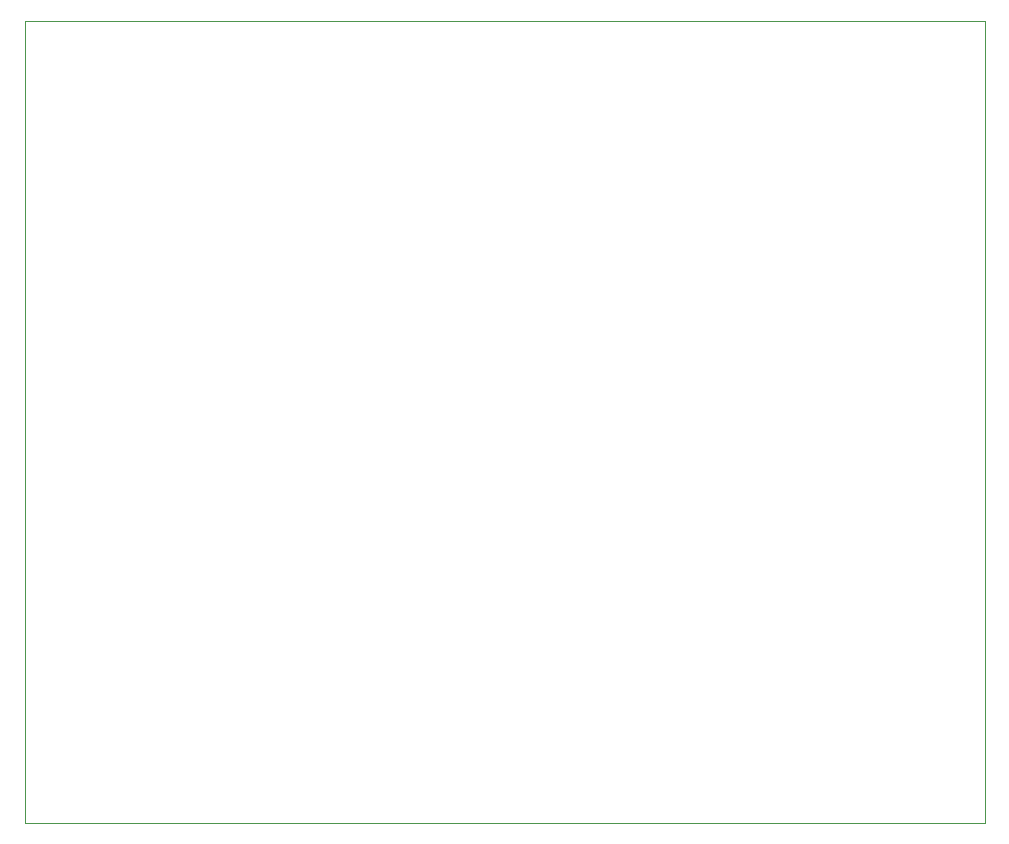
<source format=gbr>
%TF.GenerationSoftware,KiCad,Pcbnew,(6.0.5)*%
%TF.CreationDate,2022-11-16T22:17:36-08:00*%
%TF.ProjectId,ECE411,45434534-3131-42e6-9b69-6361645f7063,rev?*%
%TF.SameCoordinates,Original*%
%TF.FileFunction,Profile,NP*%
%FSLAX46Y46*%
G04 Gerber Fmt 4.6, Leading zero omitted, Abs format (unit mm)*
G04 Created by KiCad (PCBNEW (6.0.5)) date 2022-11-16 22:17:36*
%MOMM*%
%LPD*%
G01*
G04 APERTURE LIST*
%TA.AperFunction,Profile*%
%ADD10C,0.100000*%
%TD*%
G04 APERTURE END LIST*
D10*
X107285480Y-129377020D02*
X188565480Y-129377020D01*
X188565480Y-129377020D02*
X188565480Y-61432020D01*
X188565480Y-61432020D02*
X107285480Y-61432020D01*
X107285480Y-61432020D02*
X107285480Y-129377020D01*
M02*

</source>
